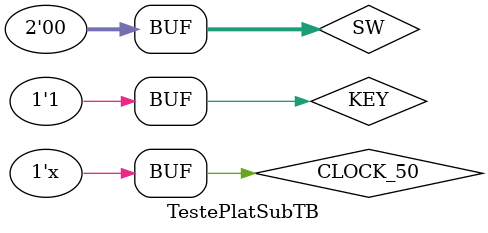
<source format=v>
`timescale 1ns/1ns

module TestePlatSubTB;

reg	CLOCK_50;
reg	[0:0] KEY;
reg	[1:0] SW;
wire	[15:0] LEDR;

wire	[31:0] SYNTHESIZED_WIRE_0;

TestePlatSub DUV (CLOCK_50, KEY, SW, LEDR);

always #10 CLOCK_50 = ~CLOCK_50;

initial
begin

	CLOCK_50 = 0;
	KEY[0] = 0;
	SW[0] = 0;
	SW[1] = 0;
	#102 KEY[0] = 1;

end

endmodule

</source>
